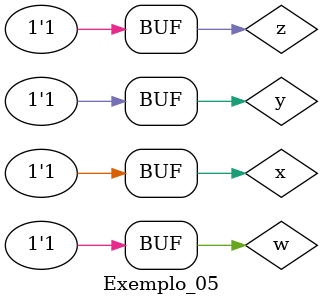
<source format=v>

module tabela ( output a,
		input  x,
		input  y,
		input  w,
		input  z);

//descrever por expressao
assign a = ((x&y&~w) & (~x|~y|w)) | ((~y|~w|~z) & x);

endmodule //tabela

module simplificado ( output a,
		      input  x,
		      input  y,
		      input  w,
		      input  z);
			

//descrever por expressao
assign a = (~y|~w|~z) & x;

endmodule //simplificado

module Exemplo_05;

//--------------------- definir dados
reg x;
reg y;
reg w;
reg z;

wire a;
wire a2;

tabela moduloTable(a, x, y, w, z);
simplificado moduloSimple(a2, x, y, w, z);

//-------------------- parte principal
initial 
   begin : main
   $display("Exemplo_06 - Matheus Santos Rosa Carneiro - 613414");
    $display("Test module Mapa Veitch-Karnaugh");
    $display("X Y W Z =  A  A2");

    //projetar testes no modulo
    $monitor("%b %b %b %b = %2b %2b ", x, y, w, z, a, a2);
          x=0; y=0; w=0; z=0;
      #1  x=0; y=0; w=0; z=1;
      #1  x=0; y=0; w=1; z=0;
      #1  x=0; y=0; w=1; z=1;
      #1  x=0; y=1; w=0; z=0;
      #1  x=0; y=1; w=0; z=1;
      #1  x=0; y=1; w=1; z=0;
      #1  x=0; y=1; w=1; z=1;
      #1  x=1; y=0; w=0; z=0;
      #1  x=1; y=0; w=0; z=1;
      #1  x=1; y=0; w=1; z=0;
      #1  x=1; y=0; w=1; z=1;
      #1  x=1; y=1; w=0; z=0;
      #1  x=1; y=1; w=0; z=1;
      #1  x=1; y=1; w=1; z=0;
      #1  x=1; y=1; w=1; z=1;

    end

endmodule //Exemplo_06

</source>
